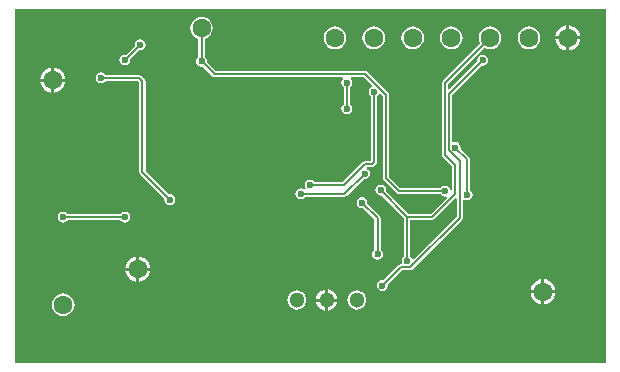
<source format=gbl>
G04 Layer_Physical_Order=2*
G04 Layer_Color=16711680*
%FSLAX43Y43*%
%MOMM*%
G71*
G01*
G75*
%ADD37C,0.200*%
%ADD39C,0.152*%
%ADD40C,1.300*%
%ADD41C,1.600*%
%ADD42C,0.600*%
G36*
X101727Y71755D02*
X51816D01*
X51806Y71745D01*
X51689Y71794D01*
Y101727D01*
X101727D01*
Y71755D01*
D02*
G37*
%LPC*%
G36*
X61973Y79573D02*
X61054D01*
X61073Y79425D01*
X61179Y79168D01*
X61348Y78948D01*
X61568Y78779D01*
X61825Y78673D01*
X61973Y78654D01*
Y79573D01*
D02*
G37*
G36*
X96527Y78846D02*
Y77927D01*
X97446D01*
X97427Y78075D01*
X97321Y78332D01*
X97152Y78552D01*
X96932Y78721D01*
X96675Y78827D01*
X96527Y78846D01*
D02*
G37*
G36*
X96273D02*
X96125Y78827D01*
X95868Y78721D01*
X95648Y78552D01*
X95479Y78332D01*
X95373Y78075D01*
X95354Y77927D01*
X96273D01*
Y78846D01*
D02*
G37*
G36*
X63146Y79573D02*
X62227D01*
Y78654D01*
X62375Y78673D01*
X62632Y78779D01*
X62852Y78948D01*
X63021Y79168D01*
X63127Y79425D01*
X63146Y79573D01*
D02*
G37*
G36*
X81083Y85805D02*
X80906Y85770D01*
X80757Y85670D01*
X80657Y85521D01*
X80622Y85344D01*
X80657Y85167D01*
X80757Y85018D01*
X80906Y84918D01*
X81083Y84883D01*
X81164Y84899D01*
X82143Y83920D01*
Y81334D01*
X82074Y81288D01*
X81974Y81139D01*
X81939Y80962D01*
X81974Y80785D01*
X82074Y80636D01*
X82223Y80536D01*
X82400Y80501D01*
X82577Y80536D01*
X82726Y80636D01*
X82826Y80785D01*
X82861Y80962D01*
X82826Y81139D01*
X82726Y81288D01*
X82657Y81334D01*
Y84027D01*
X82638Y84125D01*
X82582Y84209D01*
X81528Y85263D01*
X81544Y85344D01*
X81509Y85521D01*
X81409Y85670D01*
X81260Y85770D01*
X81083Y85805D01*
D02*
G37*
G36*
X62227Y80746D02*
Y79827D01*
X63146D01*
X63127Y79975D01*
X63021Y80232D01*
X62852Y80452D01*
X62632Y80621D01*
X62375Y80727D01*
X62227Y80746D01*
D02*
G37*
G36*
X61973D02*
X61825Y80727D01*
X61568Y80621D01*
X61348Y80452D01*
X61179Y80232D01*
X61073Y79975D01*
X61054Y79827D01*
X61973D01*
Y80746D01*
D02*
G37*
G36*
X78232Y77984D02*
Y77216D01*
X79000D01*
X78986Y77325D01*
X78895Y77545D01*
X78750Y77734D01*
X78561Y77879D01*
X78341Y77970D01*
X78232Y77984D01*
D02*
G37*
G36*
X79000Y76962D02*
X78232D01*
Y76194D01*
X78341Y76208D01*
X78561Y76299D01*
X78750Y76444D01*
X78895Y76633D01*
X78986Y76853D01*
X79000Y76962D01*
D02*
G37*
G36*
X75565Y77898D02*
X75356Y77871D01*
X75160Y77790D01*
X74993Y77661D01*
X74864Y77494D01*
X74783Y77298D01*
X74756Y77089D01*
X74783Y76880D01*
X74864Y76684D01*
X74993Y76517D01*
X75160Y76388D01*
X75356Y76307D01*
X75565Y76280D01*
X75774Y76307D01*
X75970Y76388D01*
X76137Y76517D01*
X76266Y76684D01*
X76347Y76880D01*
X76374Y77089D01*
X76347Y77298D01*
X76266Y77494D01*
X76137Y77661D01*
X75970Y77790D01*
X75774Y77871D01*
X75565Y77898D01*
D02*
G37*
G36*
X55800Y77661D02*
X55551Y77628D01*
X55320Y77532D01*
X55121Y77379D01*
X54968Y77180D01*
X54872Y76949D01*
X54839Y76700D01*
X54872Y76451D01*
X54968Y76220D01*
X55121Y76021D01*
X55320Y75868D01*
X55551Y75772D01*
X55800Y75739D01*
X56049Y75772D01*
X56280Y75868D01*
X56479Y76021D01*
X56632Y76220D01*
X56728Y76451D01*
X56761Y76700D01*
X56728Y76949D01*
X56632Y77180D01*
X56479Y77379D01*
X56280Y77532D01*
X56049Y77628D01*
X55800Y77661D01*
D02*
G37*
G36*
X77978Y76962D02*
X77210D01*
X77224Y76853D01*
X77315Y76633D01*
X77460Y76444D01*
X77649Y76299D01*
X77869Y76208D01*
X77978Y76194D01*
Y76962D01*
D02*
G37*
G36*
X97446Y77673D02*
X96527D01*
Y76754D01*
X96675Y76773D01*
X96932Y76879D01*
X97152Y77048D01*
X97321Y77268D01*
X97427Y77525D01*
X97446Y77673D01*
D02*
G37*
G36*
X77978Y77984D02*
X77869Y77970D01*
X77649Y77879D01*
X77460Y77734D01*
X77315Y77545D01*
X77224Y77325D01*
X77210Y77216D01*
X77978D01*
Y77984D01*
D02*
G37*
G36*
X80645Y77898D02*
X80436Y77871D01*
X80240Y77790D01*
X80073Y77661D01*
X79944Y77494D01*
X79863Y77298D01*
X79836Y77089D01*
X79863Y76880D01*
X79944Y76684D01*
X80073Y76517D01*
X80240Y76388D01*
X80436Y76307D01*
X80645Y76280D01*
X80854Y76307D01*
X81050Y76388D01*
X81217Y76517D01*
X81346Y76684D01*
X81427Y76880D01*
X81454Y77089D01*
X81427Y77298D01*
X81346Y77494D01*
X81217Y77661D01*
X81050Y77790D01*
X80854Y77871D01*
X80645Y77898D01*
D02*
G37*
G36*
X96273Y77673D02*
X95354D01*
X95373Y77525D01*
X95479Y77268D01*
X95648Y77048D01*
X95868Y76879D01*
X96125Y76773D01*
X96273Y76754D01*
Y77673D01*
D02*
G37*
G36*
X85367Y100261D02*
X85118Y100228D01*
X84886Y100132D01*
X84687Y99979D01*
X84535Y99780D01*
X84439Y99549D01*
X84406Y99300D01*
X84439Y99051D01*
X84535Y98820D01*
X84687Y98621D01*
X84886Y98468D01*
X85118Y98372D01*
X85367Y98339D01*
X85615Y98372D01*
X85847Y98468D01*
X86046Y98621D01*
X86199Y98820D01*
X86295Y99051D01*
X86327Y99300D01*
X86295Y99549D01*
X86199Y99780D01*
X86046Y99979D01*
X85847Y100132D01*
X85615Y100228D01*
X85367Y100261D01*
D02*
G37*
G36*
X88650D02*
X88401Y100228D01*
X88170Y100132D01*
X87971Y99979D01*
X87818Y99780D01*
X87722Y99549D01*
X87689Y99300D01*
X87722Y99051D01*
X87818Y98820D01*
X87971Y98621D01*
X88170Y98468D01*
X88401Y98372D01*
X88650Y98339D01*
X88899Y98372D01*
X89130Y98468D01*
X89329Y98621D01*
X89482Y98820D01*
X89578Y99051D01*
X89611Y99300D01*
X89578Y99549D01*
X89482Y99780D01*
X89329Y99979D01*
X89130Y100132D01*
X88899Y100228D01*
X88650Y100261D01*
D02*
G37*
G36*
X78800D02*
X78551Y100228D01*
X78320Y100132D01*
X78121Y99979D01*
X77968Y99780D01*
X77872Y99549D01*
X77839Y99300D01*
X77872Y99051D01*
X77968Y98820D01*
X78121Y98621D01*
X78320Y98468D01*
X78551Y98372D01*
X78800Y98339D01*
X79049Y98372D01*
X79280Y98468D01*
X79479Y98621D01*
X79632Y98820D01*
X79728Y99051D01*
X79761Y99300D01*
X79728Y99549D01*
X79632Y99780D01*
X79479Y99979D01*
X79280Y100132D01*
X79049Y100228D01*
X78800Y100261D01*
D02*
G37*
G36*
X82083D02*
X81835Y100228D01*
X81603Y100132D01*
X81404Y99979D01*
X81251Y99780D01*
X81155Y99549D01*
X81123Y99300D01*
X81155Y99051D01*
X81251Y98820D01*
X81404Y98621D01*
X81603Y98468D01*
X81835Y98372D01*
X82083Y98339D01*
X82332Y98372D01*
X82564Y98468D01*
X82763Y98621D01*
X82915Y98820D01*
X83011Y99051D01*
X83044Y99300D01*
X83011Y99549D01*
X82915Y99780D01*
X82763Y99979D01*
X82564Y100132D01*
X82332Y100228D01*
X82083Y100261D01*
D02*
G37*
G36*
X98373Y100346D02*
X98225Y100327D01*
X97968Y100221D01*
X97748Y100052D01*
X97579Y99832D01*
X97473Y99575D01*
X97454Y99427D01*
X98373D01*
Y100346D01*
D02*
G37*
G36*
X98627D02*
Y99427D01*
X99546D01*
X99527Y99575D01*
X99421Y99832D01*
X99252Y100052D01*
X99032Y100221D01*
X98775Y100327D01*
X98627Y100346D01*
D02*
G37*
G36*
X67500Y101061D02*
X67251Y101028D01*
X67020Y100932D01*
X66821Y100779D01*
X66668Y100580D01*
X66572Y100349D01*
X66539Y100100D01*
X66572Y99851D01*
X66668Y99620D01*
X66821Y99421D01*
X67020Y99268D01*
X67243Y99176D01*
Y97672D01*
X67174Y97626D01*
X67074Y97477D01*
X67039Y97300D01*
X67074Y97123D01*
X67174Y96974D01*
X67323Y96874D01*
X67500Y96839D01*
X67581Y96855D01*
X68418Y96018D01*
X68502Y95962D01*
X68600Y95943D01*
X79420D01*
X79455Y95867D01*
X79467Y95816D01*
X79374Y95677D01*
X79339Y95500D01*
X79374Y95323D01*
X79474Y95174D01*
X79543Y95128D01*
Y93672D01*
X79474Y93626D01*
X79374Y93477D01*
X79339Y93300D01*
X79374Y93123D01*
X79474Y92974D01*
X79623Y92874D01*
X79800Y92839D01*
X79977Y92874D01*
X80126Y92974D01*
X80226Y93123D01*
X80261Y93300D01*
X80226Y93477D01*
X80126Y93626D01*
X80057Y93672D01*
Y95128D01*
X80126Y95174D01*
X80226Y95323D01*
X80261Y95500D01*
X80226Y95677D01*
X80133Y95816D01*
X80145Y95867D01*
X80180Y95943D01*
X81275D01*
X81968Y95249D01*
X81935Y95142D01*
X81916Y95121D01*
X81774Y95026D01*
X81674Y94877D01*
X81639Y94700D01*
X81674Y94523D01*
X81774Y94374D01*
X81843Y94328D01*
Y88907D01*
X81793Y88857D01*
X81319D01*
X81220Y88838D01*
X81137Y88782D01*
X79420Y87065D01*
X77080D01*
X77034Y87134D01*
X76885Y87234D01*
X76708Y87269D01*
X76531Y87234D01*
X76382Y87134D01*
X76282Y86985D01*
X76247Y86808D01*
X76282Y86631D01*
X76327Y86565D01*
X76265Y86428D01*
X76228Y86424D01*
X76226Y86426D01*
X76077Y86526D01*
X75900Y86561D01*
X75723Y86526D01*
X75574Y86426D01*
X75474Y86277D01*
X75439Y86100D01*
X75474Y85923D01*
X75574Y85774D01*
X75723Y85674D01*
X75900Y85639D01*
X76077Y85674D01*
X76226Y85774D01*
X76272Y85843D01*
X79600D01*
X79698Y85862D01*
X79782Y85918D01*
X81219Y87355D01*
X81300Y87339D01*
X81477Y87374D01*
X81626Y87474D01*
X81726Y87623D01*
X81761Y87800D01*
X81726Y87977D01*
X81626Y88126D01*
X81492Y88216D01*
X81492Y88276D01*
X81513Y88343D01*
X81900D01*
X81998Y88362D01*
X82082Y88418D01*
X82282Y88618D01*
X82338Y88702D01*
X82357Y88800D01*
Y94328D01*
X82426Y94374D01*
X82521Y94516D01*
X82542Y94535D01*
X82649Y94568D01*
X82845Y94372D01*
Y87411D01*
X82843Y87399D01*
X82862Y87300D01*
X82918Y87217D01*
X84017Y86118D01*
X84100Y86062D01*
X84199Y86043D01*
X87753D01*
X87799Y85974D01*
X87948Y85874D01*
X88125Y85839D01*
X88213Y85856D01*
X88275Y85739D01*
X86943Y84407D01*
X85007D01*
X83120Y86294D01*
X83136Y86375D01*
X83101Y86551D01*
X83001Y86701D01*
X82852Y86801D01*
X82675Y86836D01*
X82498Y86801D01*
X82349Y86701D01*
X82249Y86551D01*
X82214Y86375D01*
X82249Y86198D01*
X82349Y86049D01*
X82498Y85949D01*
X82675Y85914D01*
X82756Y85930D01*
X84643Y84043D01*
Y80772D01*
X84574Y80726D01*
X84474Y80577D01*
X84439Y80400D01*
X84472Y80232D01*
X84471Y80204D01*
X84418Y80105D01*
X84348D01*
X84249Y80085D01*
X84166Y80030D01*
X82899Y78763D01*
X82818Y78779D01*
X82641Y78744D01*
X82492Y78644D01*
X82392Y78495D01*
X82357Y78318D01*
X82392Y78141D01*
X82492Y77992D01*
X82641Y77892D01*
X82818Y77857D01*
X82995Y77892D01*
X83144Y77992D01*
X83244Y78141D01*
X83279Y78318D01*
X83263Y78399D01*
X84454Y79590D01*
X85129D01*
X85227Y79610D01*
X85311Y79666D01*
X89534Y83889D01*
X89590Y83973D01*
X89610Y84071D01*
Y85564D01*
X89737Y85632D01*
X89823Y85574D01*
X90000Y85539D01*
X90177Y85574D01*
X90326Y85674D01*
X90426Y85823D01*
X90461Y86000D01*
X90426Y86177D01*
X90326Y86326D01*
X90257Y86372D01*
Y89000D01*
X90238Y89098D01*
X90182Y89182D01*
X90098Y89238D01*
X90090Y89239D01*
X89437Y89892D01*
X89459Y90002D01*
X89424Y90179D01*
X89324Y90328D01*
X89175Y90428D01*
X88998Y90463D01*
X88830Y90430D01*
X88802Y90431D01*
X88703Y90484D01*
Y94439D01*
X91219Y96955D01*
X91300Y96939D01*
X91477Y96974D01*
X91626Y97074D01*
X91726Y97223D01*
X91761Y97400D01*
X91726Y97577D01*
X91626Y97726D01*
X91477Y97826D01*
X91300Y97861D01*
X91123Y97826D01*
X90974Y97726D01*
X90874Y97577D01*
X90839Y97400D01*
X90855Y97319D01*
X88468Y94932D01*
X88351Y94980D01*
Y95353D01*
X91462Y98464D01*
X91685Y98372D01*
X91933Y98339D01*
X92182Y98372D01*
X92414Y98468D01*
X92613Y98621D01*
X92765Y98820D01*
X92861Y99051D01*
X92894Y99300D01*
X92861Y99549D01*
X92765Y99780D01*
X92613Y99979D01*
X92414Y100132D01*
X92182Y100228D01*
X91933Y100261D01*
X91685Y100228D01*
X91453Y100132D01*
X91254Y99979D01*
X91101Y99780D01*
X91005Y99549D01*
X90973Y99300D01*
X91005Y99051D01*
X91098Y98828D01*
X87911Y95642D01*
X87855Y95558D01*
X87836Y95460D01*
Y89407D01*
X87855Y89308D01*
X87911Y89225D01*
X88743Y88393D01*
Y86263D01*
X88703Y86236D01*
X88586Y86300D01*
X88551Y86477D01*
X88451Y86626D01*
X88302Y86726D01*
X88125Y86761D01*
X87948Y86726D01*
X87799Y86626D01*
X87753Y86557D01*
X84305D01*
X83360Y87503D01*
Y94479D01*
X83340Y94577D01*
X83284Y94661D01*
X81563Y96382D01*
X81480Y96438D01*
X81381Y96457D01*
X68707D01*
X67945Y97219D01*
X67961Y97300D01*
X67926Y97477D01*
X67826Y97626D01*
X67757Y97672D01*
Y99176D01*
X67980Y99268D01*
X68179Y99421D01*
X68332Y99620D01*
X68428Y99851D01*
X68461Y100100D01*
X68428Y100349D01*
X68332Y100580D01*
X68179Y100779D01*
X67980Y100932D01*
X67749Y101028D01*
X67500Y101061D01*
D02*
G37*
G36*
X95217Y100261D02*
X94968Y100228D01*
X94736Y100132D01*
X94537Y99979D01*
X94385Y99780D01*
X94289Y99549D01*
X94256Y99300D01*
X94289Y99051D01*
X94385Y98820D01*
X94537Y98621D01*
X94736Y98468D01*
X94968Y98372D01*
X95217Y98339D01*
X95465Y98372D01*
X95697Y98468D01*
X95896Y98621D01*
X96049Y98820D01*
X96145Y99051D01*
X96177Y99300D01*
X96145Y99549D01*
X96049Y99780D01*
X95896Y99979D01*
X95697Y100132D01*
X95465Y100228D01*
X95217Y100261D01*
D02*
G37*
G36*
X99546Y99173D02*
X98627D01*
Y98254D01*
X98775Y98273D01*
X99032Y98379D01*
X99252Y98548D01*
X99421Y98768D01*
X99527Y99025D01*
X99546Y99173D01*
D02*
G37*
G36*
X54773Y95573D02*
X53854D01*
X53873Y95425D01*
X53979Y95168D01*
X54148Y94948D01*
X54368Y94779D01*
X54625Y94673D01*
X54773Y94654D01*
Y95573D01*
D02*
G37*
G36*
X55946D02*
X55027D01*
Y94654D01*
X55175Y94673D01*
X55432Y94779D01*
X55652Y94948D01*
X55821Y95168D01*
X55927Y95425D01*
X55946Y95573D01*
D02*
G37*
G36*
X61000Y84561D02*
X60823Y84526D01*
X60674Y84426D01*
X60628Y84357D01*
X56172D01*
X56126Y84426D01*
X55977Y84526D01*
X55800Y84561D01*
X55623Y84526D01*
X55474Y84426D01*
X55374Y84277D01*
X55339Y84100D01*
X55374Y83923D01*
X55474Y83774D01*
X55623Y83674D01*
X55800Y83639D01*
X55977Y83674D01*
X56126Y83774D01*
X56172Y83843D01*
X60628D01*
X60674Y83774D01*
X60823Y83674D01*
X61000Y83639D01*
X61177Y83674D01*
X61326Y83774D01*
X61426Y83923D01*
X61461Y84100D01*
X61426Y84277D01*
X61326Y84426D01*
X61177Y84526D01*
X61000Y84561D01*
D02*
G37*
G36*
X59000Y96361D02*
X58823Y96326D01*
X58674Y96226D01*
X58574Y96077D01*
X58539Y95900D01*
X58574Y95723D01*
X58674Y95574D01*
X58823Y95474D01*
X59000Y95439D01*
X59177Y95474D01*
X59326Y95574D01*
X59372Y95643D01*
X62093D01*
X62243Y95493D01*
Y87900D01*
X62262Y87802D01*
X62318Y87718D01*
X64357Y85679D01*
X64341Y85598D01*
X64376Y85421D01*
X64476Y85272D01*
X64625Y85172D01*
X64802Y85137D01*
X64979Y85172D01*
X65128Y85272D01*
X65228Y85421D01*
X65263Y85598D01*
X65228Y85775D01*
X65128Y85924D01*
X64979Y86024D01*
X64802Y86059D01*
X64721Y86043D01*
X62757Y88007D01*
Y95600D01*
X62738Y95698D01*
X62682Y95782D01*
X62382Y96082D01*
X62298Y96138D01*
X62200Y96157D01*
X59372D01*
X59326Y96226D01*
X59177Y96326D01*
X59000Y96361D01*
D02*
G37*
G36*
X62300Y99161D02*
X62123Y99126D01*
X61974Y99026D01*
X61874Y98877D01*
X61839Y98700D01*
X61853Y98631D01*
X61076Y97854D01*
X60995Y97870D01*
X60818Y97835D01*
X60669Y97735D01*
X60569Y97586D01*
X60534Y97409D01*
X60569Y97232D01*
X60669Y97083D01*
X60818Y96983D01*
X60995Y96948D01*
X61172Y96983D01*
X61321Y97083D01*
X61421Y97232D01*
X61456Y97409D01*
X61440Y97490D01*
X62207Y98257D01*
X62300Y98239D01*
X62477Y98274D01*
X62626Y98374D01*
X62726Y98523D01*
X62761Y98700D01*
X62726Y98877D01*
X62626Y99026D01*
X62477Y99126D01*
X62300Y99161D01*
D02*
G37*
G36*
X98373Y99173D02*
X97454D01*
X97473Y99025D01*
X97579Y98768D01*
X97748Y98548D01*
X97968Y98379D01*
X98225Y98273D01*
X98373Y98254D01*
Y99173D01*
D02*
G37*
G36*
X54773Y96746D02*
X54625Y96727D01*
X54368Y96621D01*
X54148Y96452D01*
X53979Y96232D01*
X53873Y95975D01*
X53854Y95827D01*
X54773D01*
Y96746D01*
D02*
G37*
G36*
X55027D02*
Y95827D01*
X55946D01*
X55927Y95975D01*
X55821Y96232D01*
X55652Y96452D01*
X55432Y96621D01*
X55175Y96727D01*
X55027Y96746D01*
D02*
G37*
%LPD*%
G36*
X89095Y85665D02*
Y84178D01*
X85449Y80532D01*
X85342Y80565D01*
X85321Y80584D01*
X85226Y80726D01*
X85157Y80772D01*
Y83893D01*
X87050D01*
X87148Y83912D01*
X87232Y83968D01*
X88978Y85714D01*
X89095Y85665D01*
D02*
G37*
D37*
X90000Y86000D02*
Y89000D01*
X62500Y87900D02*
X64802Y85598D01*
X62500Y87900D02*
Y95600D01*
X62200Y95900D02*
X62500Y95600D01*
X59000Y95900D02*
X62200D01*
X67500Y97300D02*
X68600Y96200D01*
X55800Y84100D02*
X61000D01*
X79600Y86100D02*
X81300Y87800D01*
X75900Y86100D02*
X79600D01*
X76708Y86808D02*
X79527D01*
X81900Y88600D02*
X82100Y88800D01*
Y94700D01*
X60995Y97409D02*
X62286Y98700D01*
X62300D01*
X68600Y96200D02*
X81381D01*
X79800Y93300D02*
Y95500D01*
X82675Y86375D02*
X84900Y84150D01*
Y80400D02*
Y84150D01*
X87050D01*
X89000Y86100D01*
Y88500D01*
X81083Y85344D02*
X82400Y84027D01*
Y80962D02*
Y84027D01*
X79527Y86808D02*
X81319Y88600D01*
X81900D01*
X88093Y89407D02*
Y95460D01*
Y89407D02*
X89000Y88500D01*
X88093Y95460D02*
X91933Y99300D01*
X82818Y78318D02*
X84348Y79848D01*
X85129D01*
X89352Y84071D01*
Y88866D01*
X88446Y89773D02*
X89352Y88866D01*
X88446Y89773D02*
Y94546D01*
X91300Y97400D01*
X67500Y97300D02*
Y100100D01*
X83100Y87399D02*
X83102Y87401D01*
Y94479D01*
X81381Y96200D02*
X83102Y94479D01*
X83100Y87399D02*
X84199Y86300D01*
X88125D01*
D39*
X88998Y90002D02*
X90000Y89000D01*
D40*
X80645Y77089D02*
D03*
X78105D02*
D03*
X75565D02*
D03*
D41*
X95217Y99300D02*
D03*
X67500Y100100D02*
D03*
X55800Y76700D02*
D03*
X96400Y77800D02*
D03*
X54900Y95700D02*
D03*
X62100Y79700D02*
D03*
X88650Y99300D02*
D03*
X82083D02*
D03*
X85367D02*
D03*
X91933D02*
D03*
X78800D02*
D03*
X98500D02*
D03*
D42*
X86500Y83100D02*
D03*
X88998Y90002D02*
D03*
X90000Y86000D02*
D03*
X64802Y85598D02*
D03*
X59000Y95900D02*
D03*
X88125Y86300D02*
D03*
X67500Y97300D02*
D03*
X55800Y84100D02*
D03*
X61000D02*
D03*
X81300Y87800D02*
D03*
X75900Y86100D02*
D03*
X76708Y86808D02*
D03*
X82100Y94700D02*
D03*
X60995Y97409D02*
D03*
X62300Y98700D02*
D03*
X79800Y93300D02*
D03*
Y95500D02*
D03*
X82675Y86375D02*
D03*
X84900Y80400D02*
D03*
X81083Y85344D02*
D03*
X82400Y80962D02*
D03*
X82818Y78318D02*
D03*
X91300Y97400D02*
D03*
X78105Y80969D02*
D03*
X81050Y89500D02*
D03*
X81000Y93000D02*
D03*
X82550Y87630D02*
D03*
X77500Y95200D02*
D03*
X63400Y88700D02*
D03*
X61900Y85900D02*
D03*
X68600Y88700D02*
D03*
X66600Y96200D02*
D03*
X64500Y97500D02*
D03*
X59600Y88300D02*
D03*
X80900Y94900D02*
D03*
X85988Y95096D02*
D03*
X87254Y92556D02*
D03*
X64000Y87300D02*
D03*
X52340Y72200D02*
D03*
X54910D02*
D03*
X57480D02*
D03*
X65190D02*
D03*
X62620D02*
D03*
X60050D02*
D03*
X72900D02*
D03*
X70330D02*
D03*
X67760D02*
D03*
X80610D02*
D03*
X78040D02*
D03*
X75470D02*
D03*
X88320D02*
D03*
X85750D02*
D03*
X83180D02*
D03*
X96030D02*
D03*
X93460D02*
D03*
X90890D02*
D03*
X101170D02*
D03*
X98600D02*
D03*
X98530Y101300D02*
D03*
X101100D02*
D03*
X90820D02*
D03*
X93390D02*
D03*
X95960D02*
D03*
X83110D02*
D03*
X85680D02*
D03*
X88250D02*
D03*
X75400D02*
D03*
X77970D02*
D03*
X80540D02*
D03*
X70260D02*
D03*
X72830D02*
D03*
X59980D02*
D03*
X62550D02*
D03*
X65120D02*
D03*
X57410D02*
D03*
X54840D02*
D03*
X52270D02*
D03*
X101300Y94560D02*
D03*
Y97130D02*
D03*
Y99700D02*
D03*
Y89420D02*
D03*
Y91990D02*
D03*
Y79140D02*
D03*
Y81710D02*
D03*
Y76570D02*
D03*
Y74000D02*
D03*
X52100Y74030D02*
D03*
Y76600D02*
D03*
Y84310D02*
D03*
Y81740D02*
D03*
Y79170D02*
D03*
Y92020D02*
D03*
Y89450D02*
D03*
Y86880D02*
D03*
Y99730D02*
D03*
Y97160D02*
D03*
Y94590D02*
D03*
X65300Y89800D02*
D03*
X58700Y91900D02*
D03*
X56500Y78500D02*
D03*
X96300Y96300D02*
D03*
X94100D02*
D03*
Y94000D02*
D03*
X83900Y95000D02*
D03*
X86100Y97200D02*
D03*
X82900Y96700D02*
D03*
X90400Y90600D02*
D03*
X91300Y86100D02*
D03*
Y85100D02*
D03*
X92900Y80200D02*
D03*
X90000Y80300D02*
D03*
X85100Y91000D02*
D03*
X84800Y87200D02*
D03*
X77300Y90900D02*
D03*
X78800Y88360D02*
D03*
Y90930D02*
D03*
X83100Y84300D02*
D03*
X78600Y97200D02*
D03*
X78800Y93500D02*
D03*
X74050Y97300D02*
D03*
X86100Y81800D02*
D03*
X79918Y84201D02*
D03*
X55000Y89700D02*
D03*
X69450Y97300D02*
D03*
X66310Y75300D02*
D03*
X63740D02*
D03*
X61170D02*
D03*
X74020D02*
D03*
X71450D02*
D03*
X68880D02*
D03*
X81730D02*
D03*
X79160D02*
D03*
X76590D02*
D03*
X84300D02*
D03*
X67360Y84700D02*
D03*
X64790D02*
D03*
X62220D02*
D03*
X72500D02*
D03*
X69930D02*
D03*
Y83300D02*
D03*
X72500D02*
D03*
X62220D02*
D03*
X64790D02*
D03*
X67360D02*
D03*
X60452Y91125D02*
D03*
X65300Y91800D02*
D03*
Y90800D02*
D03*
X63400Y92700D02*
D03*
X67100Y88700D02*
D03*
X55588Y86741D02*
D03*
X61500Y94000D02*
D03*
X63400Y94700D02*
D03*
X70260Y99600D02*
D03*
X72830D02*
D03*
X75400D02*
D03*
X62550D02*
D03*
X65120D02*
D03*
X73000Y98000D02*
D03*
X70430D02*
D03*
X85200Y76800D02*
D03*
X81050Y91400D02*
D03*
X74930Y82870D02*
D03*
X87970Y76000D02*
D03*
X90540D02*
D03*
X93110D02*
D03*
X87700Y79000D02*
D03*
Y78300D02*
D03*
Y77600D02*
D03*
X73700Y90270D02*
D03*
Y92840D02*
D03*
Y95410D02*
D03*
X76708Y80969D02*
D03*
X77400Y85500D02*
D03*
X73700Y87700D02*
D03*
X69900Y87710D02*
D03*
Y95420D02*
D03*
Y92850D02*
D03*
Y90280D02*
D03*
X87800Y84000D02*
D03*
X94900Y88930D02*
D03*
Y91500D02*
D03*
Y81220D02*
D03*
Y83790D02*
D03*
Y86360D02*
D03*
Y78650D02*
D03*
Y76080D02*
D03*
X85200Y77900D02*
D03*
M02*

</source>
